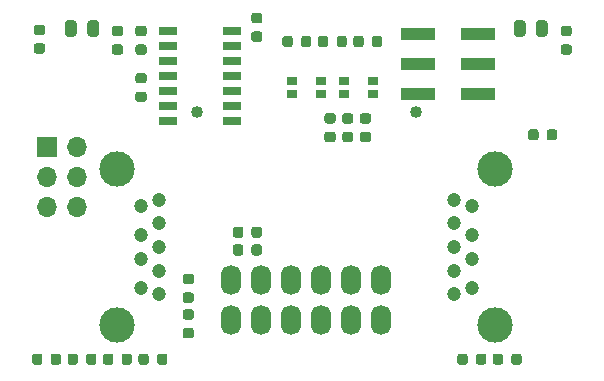
<source format=gbr>
%TF.GenerationSoftware,KiCad,Pcbnew,5.1.7-a382d34a8~88~ubuntu20.04.1*%
%TF.CreationDate,2020-12-12T08:47:46-08:00*%
%TF.ProjectId,syzygy-serdes-breakout,73797a79-6779-42d7-9365-726465732d62,rev?*%
%TF.SameCoordinates,Original*%
%TF.FileFunction,Soldermask,Top*%
%TF.FilePolarity,Negative*%
%FSLAX46Y46*%
G04 Gerber Fmt 4.6, Leading zero omitted, Abs format (unit mm)*
G04 Created by KiCad (PCBNEW 5.1.7-a382d34a8~88~ubuntu20.04.1) date 2020-12-12 08:47:46*
%MOMM*%
%LPD*%
G01*
G04 APERTURE LIST*
%ADD10R,0.850000X0.750000*%
%ADD11R,1.549400X0.660400*%
%ADD12O,1.700000X1.700000*%
%ADD13R,1.700000X1.700000*%
%ADD14R,3.000000X1.000000*%
%ADD15C,3.000000*%
%ADD16C,1.200000*%
%ADD17O,1.700000X2.540000*%
%ADD18C,1.020000*%
G04 APERTURE END LIST*
%TO.C,R16*%
G36*
G01*
X104850000Y-95843750D02*
X104850000Y-96356250D01*
G75*
G02*
X104631250Y-96575000I-218750J0D01*
G01*
X104193750Y-96575000D01*
G75*
G02*
X103975000Y-96356250I0J218750D01*
G01*
X103975000Y-95843750D01*
G75*
G02*
X104193750Y-95625000I218750J0D01*
G01*
X104631250Y-95625000D01*
G75*
G02*
X104850000Y-95843750I0J-218750D01*
G01*
G37*
G36*
G01*
X106425000Y-95843750D02*
X106425000Y-96356250D01*
G75*
G02*
X106206250Y-96575000I-218750J0D01*
G01*
X105768750Y-96575000D01*
G75*
G02*
X105550000Y-96356250I0J218750D01*
G01*
X105550000Y-95843750D01*
G75*
G02*
X105768750Y-95625000I218750J0D01*
G01*
X106206250Y-95625000D01*
G75*
G02*
X106425000Y-95843750I0J-218750D01*
G01*
G37*
%TD*%
%TO.C,R15*%
G36*
G01*
X101850000Y-95843750D02*
X101850000Y-96356250D01*
G75*
G02*
X101631250Y-96575000I-218750J0D01*
G01*
X101193750Y-96575000D01*
G75*
G02*
X100975000Y-96356250I0J218750D01*
G01*
X100975000Y-95843750D01*
G75*
G02*
X101193750Y-95625000I218750J0D01*
G01*
X101631250Y-95625000D01*
G75*
G02*
X101850000Y-95843750I0J-218750D01*
G01*
G37*
G36*
G01*
X103425000Y-95843750D02*
X103425000Y-96356250D01*
G75*
G02*
X103206250Y-96575000I-218750J0D01*
G01*
X102768750Y-96575000D01*
G75*
G02*
X102550000Y-96356250I0J218750D01*
G01*
X102550000Y-95843750D01*
G75*
G02*
X102768750Y-95625000I218750J0D01*
G01*
X103206250Y-95625000D01*
G75*
G02*
X103425000Y-95843750I0J-218750D01*
G01*
G37*
%TD*%
%TO.C,R14*%
G36*
G01*
X98850000Y-95843750D02*
X98850000Y-96356250D01*
G75*
G02*
X98631250Y-96575000I-218750J0D01*
G01*
X98193750Y-96575000D01*
G75*
G02*
X97975000Y-96356250I0J218750D01*
G01*
X97975000Y-95843750D01*
G75*
G02*
X98193750Y-95625000I218750J0D01*
G01*
X98631250Y-95625000D01*
G75*
G02*
X98850000Y-95843750I0J-218750D01*
G01*
G37*
G36*
G01*
X100425000Y-95843750D02*
X100425000Y-96356250D01*
G75*
G02*
X100206250Y-96575000I-218750J0D01*
G01*
X99768750Y-96575000D01*
G75*
G02*
X99550000Y-96356250I0J218750D01*
G01*
X99550000Y-95843750D01*
G75*
G02*
X99768750Y-95625000I218750J0D01*
G01*
X100206250Y-95625000D01*
G75*
G02*
X100425000Y-95843750I0J-218750D01*
G01*
G37*
%TD*%
%TO.C,R13*%
G36*
G01*
X104743750Y-103750000D02*
X105256250Y-103750000D01*
G75*
G02*
X105475000Y-103968750I0J-218750D01*
G01*
X105475000Y-104406250D01*
G75*
G02*
X105256250Y-104625000I-218750J0D01*
G01*
X104743750Y-104625000D01*
G75*
G02*
X104525000Y-104406250I0J218750D01*
G01*
X104525000Y-103968750D01*
G75*
G02*
X104743750Y-103750000I218750J0D01*
G01*
G37*
G36*
G01*
X104743750Y-102175000D02*
X105256250Y-102175000D01*
G75*
G02*
X105475000Y-102393750I0J-218750D01*
G01*
X105475000Y-102831250D01*
G75*
G02*
X105256250Y-103050000I-218750J0D01*
G01*
X104743750Y-103050000D01*
G75*
G02*
X104525000Y-102831250I0J218750D01*
G01*
X104525000Y-102393750D01*
G75*
G02*
X104743750Y-102175000I218750J0D01*
G01*
G37*
%TD*%
%TO.C,R12*%
G36*
G01*
X103243750Y-103750000D02*
X103756250Y-103750000D01*
G75*
G02*
X103975000Y-103968750I0J-218750D01*
G01*
X103975000Y-104406250D01*
G75*
G02*
X103756250Y-104625000I-218750J0D01*
G01*
X103243750Y-104625000D01*
G75*
G02*
X103025000Y-104406250I0J218750D01*
G01*
X103025000Y-103968750D01*
G75*
G02*
X103243750Y-103750000I218750J0D01*
G01*
G37*
G36*
G01*
X103243750Y-102175000D02*
X103756250Y-102175000D01*
G75*
G02*
X103975000Y-102393750I0J-218750D01*
G01*
X103975000Y-102831250D01*
G75*
G02*
X103756250Y-103050000I-218750J0D01*
G01*
X103243750Y-103050000D01*
G75*
G02*
X103025000Y-102831250I0J218750D01*
G01*
X103025000Y-102393750D01*
G75*
G02*
X103243750Y-102175000I218750J0D01*
G01*
G37*
%TD*%
%TO.C,R11*%
G36*
G01*
X101743750Y-103750000D02*
X102256250Y-103750000D01*
G75*
G02*
X102475000Y-103968750I0J-218750D01*
G01*
X102475000Y-104406250D01*
G75*
G02*
X102256250Y-104625000I-218750J0D01*
G01*
X101743750Y-104625000D01*
G75*
G02*
X101525000Y-104406250I0J218750D01*
G01*
X101525000Y-103968750D01*
G75*
G02*
X101743750Y-103750000I218750J0D01*
G01*
G37*
G36*
G01*
X101743750Y-102175000D02*
X102256250Y-102175000D01*
G75*
G02*
X102475000Y-102393750I0J-218750D01*
G01*
X102475000Y-102831250D01*
G75*
G02*
X102256250Y-103050000I-218750J0D01*
G01*
X101743750Y-103050000D01*
G75*
G02*
X101525000Y-102831250I0J218750D01*
G01*
X101525000Y-102393750D01*
G75*
G02*
X101743750Y-102175000I218750J0D01*
G01*
G37*
%TD*%
D10*
%TO.C,D4*%
X98775000Y-100525000D03*
X98775000Y-99475000D03*
X101225000Y-99475000D03*
X101225000Y-100525000D03*
%TD*%
%TO.C,D3*%
X103175000Y-100525000D03*
X103175000Y-99475000D03*
X105625000Y-99475000D03*
X105625000Y-100525000D03*
%TD*%
%TO.C,R10*%
G36*
G01*
X85743750Y-100350000D02*
X86256250Y-100350000D01*
G75*
G02*
X86475000Y-100568750I0J-218750D01*
G01*
X86475000Y-101006250D01*
G75*
G02*
X86256250Y-101225000I-218750J0D01*
G01*
X85743750Y-101225000D01*
G75*
G02*
X85525000Y-101006250I0J218750D01*
G01*
X85525000Y-100568750D01*
G75*
G02*
X85743750Y-100350000I218750J0D01*
G01*
G37*
G36*
G01*
X85743750Y-98775000D02*
X86256250Y-98775000D01*
G75*
G02*
X86475000Y-98993750I0J-218750D01*
G01*
X86475000Y-99431250D01*
G75*
G02*
X86256250Y-99650000I-218750J0D01*
G01*
X85743750Y-99650000D01*
G75*
G02*
X85525000Y-99431250I0J218750D01*
G01*
X85525000Y-98993750D01*
G75*
G02*
X85743750Y-98775000I218750J0D01*
G01*
G37*
%TD*%
%TO.C,D2*%
G36*
G01*
X80550000Y-94543750D02*
X80550000Y-95456250D01*
G75*
G02*
X80306250Y-95700000I-243750J0D01*
G01*
X79818750Y-95700000D01*
G75*
G02*
X79575000Y-95456250I0J243750D01*
G01*
X79575000Y-94543750D01*
G75*
G02*
X79818750Y-94300000I243750J0D01*
G01*
X80306250Y-94300000D01*
G75*
G02*
X80550000Y-94543750I0J-243750D01*
G01*
G37*
G36*
G01*
X82425000Y-94543750D02*
X82425000Y-95456250D01*
G75*
G02*
X82181250Y-95700000I-243750J0D01*
G01*
X81693750Y-95700000D01*
G75*
G02*
X81450000Y-95456250I0J243750D01*
G01*
X81450000Y-94543750D01*
G75*
G02*
X81693750Y-94300000I243750J0D01*
G01*
X82181250Y-94300000D01*
G75*
G02*
X82425000Y-94543750I0J-243750D01*
G01*
G37*
%TD*%
%TO.C,C7*%
G36*
G01*
X85743750Y-96350000D02*
X86256250Y-96350000D01*
G75*
G02*
X86475000Y-96568750I0J-218750D01*
G01*
X86475000Y-97006250D01*
G75*
G02*
X86256250Y-97225000I-218750J0D01*
G01*
X85743750Y-97225000D01*
G75*
G02*
X85525000Y-97006250I0J218750D01*
G01*
X85525000Y-96568750D01*
G75*
G02*
X85743750Y-96350000I218750J0D01*
G01*
G37*
G36*
G01*
X85743750Y-94775000D02*
X86256250Y-94775000D01*
G75*
G02*
X86475000Y-94993750I0J-218750D01*
G01*
X86475000Y-95431250D01*
G75*
G02*
X86256250Y-95650000I-218750J0D01*
G01*
X85743750Y-95650000D01*
G75*
G02*
X85525000Y-95431250I0J218750D01*
G01*
X85525000Y-94993750D01*
G75*
G02*
X85743750Y-94775000I218750J0D01*
G01*
G37*
%TD*%
D11*
%TO.C,U1*%
X93679700Y-95190000D03*
X93679700Y-96460000D03*
X93679700Y-97730000D03*
X93679700Y-99000000D03*
X93679700Y-100270000D03*
X93679700Y-101540000D03*
X93679700Y-102810000D03*
X88320300Y-102810000D03*
X88320300Y-101540000D03*
X88320300Y-100270000D03*
X88320300Y-99000000D03*
X88320300Y-97730000D03*
X88320300Y-96460000D03*
X88320300Y-95190000D03*
%TD*%
%TO.C,R9*%
G36*
G01*
X95543750Y-95250000D02*
X96056250Y-95250000D01*
G75*
G02*
X96275000Y-95468750I0J-218750D01*
G01*
X96275000Y-95906250D01*
G75*
G02*
X96056250Y-96125000I-218750J0D01*
G01*
X95543750Y-96125000D01*
G75*
G02*
X95325000Y-95906250I0J218750D01*
G01*
X95325000Y-95468750D01*
G75*
G02*
X95543750Y-95250000I218750J0D01*
G01*
G37*
G36*
G01*
X95543750Y-93675000D02*
X96056250Y-93675000D01*
G75*
G02*
X96275000Y-93893750I0J-218750D01*
G01*
X96275000Y-94331250D01*
G75*
G02*
X96056250Y-94550000I-218750J0D01*
G01*
X95543750Y-94550000D01*
G75*
G02*
X95325000Y-94331250I0J218750D01*
G01*
X95325000Y-93893750D01*
G75*
G02*
X95543750Y-93675000I218750J0D01*
G01*
G37*
%TD*%
%TO.C,R8*%
G36*
G01*
X77656250Y-95550000D02*
X77143750Y-95550000D01*
G75*
G02*
X76925000Y-95331250I0J218750D01*
G01*
X76925000Y-94893750D01*
G75*
G02*
X77143750Y-94675000I218750J0D01*
G01*
X77656250Y-94675000D01*
G75*
G02*
X77875000Y-94893750I0J-218750D01*
G01*
X77875000Y-95331250D01*
G75*
G02*
X77656250Y-95550000I-218750J0D01*
G01*
G37*
G36*
G01*
X77656250Y-97125000D02*
X77143750Y-97125000D01*
G75*
G02*
X76925000Y-96906250I0J218750D01*
G01*
X76925000Y-96468750D01*
G75*
G02*
X77143750Y-96250000I218750J0D01*
G01*
X77656250Y-96250000D01*
G75*
G02*
X77875000Y-96468750I0J-218750D01*
G01*
X77875000Y-96906250D01*
G75*
G02*
X77656250Y-97125000I-218750J0D01*
G01*
G37*
%TD*%
D12*
%TO.C,J5*%
X80540000Y-110080000D03*
X78000000Y-110080000D03*
X80540000Y-107540000D03*
X78000000Y-107540000D03*
X80540000Y-105000000D03*
D13*
X78000000Y-105000000D03*
%TD*%
%TO.C,C6*%
G36*
G01*
X95350000Y-112506250D02*
X95350000Y-111993750D01*
G75*
G02*
X95568750Y-111775000I218750J0D01*
G01*
X96006250Y-111775000D01*
G75*
G02*
X96225000Y-111993750I0J-218750D01*
G01*
X96225000Y-112506250D01*
G75*
G02*
X96006250Y-112725000I-218750J0D01*
G01*
X95568750Y-112725000D01*
G75*
G02*
X95350000Y-112506250I0J218750D01*
G01*
G37*
G36*
G01*
X93775000Y-112506250D02*
X93775000Y-111993750D01*
G75*
G02*
X93993750Y-111775000I218750J0D01*
G01*
X94431250Y-111775000D01*
G75*
G02*
X94650000Y-111993750I0J-218750D01*
G01*
X94650000Y-112506250D01*
G75*
G02*
X94431250Y-112725000I-218750J0D01*
G01*
X93993750Y-112725000D01*
G75*
G02*
X93775000Y-112506250I0J218750D01*
G01*
G37*
%TD*%
D14*
%TO.C,SW1*%
X109460000Y-95450000D03*
X109460000Y-98000000D03*
X109460000Y-100540000D03*
X114540000Y-95460000D03*
X114540000Y-98000000D03*
X114540000Y-100540000D03*
%TD*%
%TO.C,R7*%
G36*
G01*
X87350000Y-123256250D02*
X87350000Y-122743750D01*
G75*
G02*
X87568750Y-122525000I218750J0D01*
G01*
X88006250Y-122525000D01*
G75*
G02*
X88225000Y-122743750I0J-218750D01*
G01*
X88225000Y-123256250D01*
G75*
G02*
X88006250Y-123475000I-218750J0D01*
G01*
X87568750Y-123475000D01*
G75*
G02*
X87350000Y-123256250I0J218750D01*
G01*
G37*
G36*
G01*
X85775000Y-123256250D02*
X85775000Y-122743750D01*
G75*
G02*
X85993750Y-122525000I218750J0D01*
G01*
X86431250Y-122525000D01*
G75*
G02*
X86650000Y-122743750I0J-218750D01*
G01*
X86650000Y-123256250D01*
G75*
G02*
X86431250Y-123475000I-218750J0D01*
G01*
X85993750Y-123475000D01*
G75*
G02*
X85775000Y-123256250I0J218750D01*
G01*
G37*
%TD*%
%TO.C,R6*%
G36*
G01*
X84350000Y-123256250D02*
X84350000Y-122743750D01*
G75*
G02*
X84568750Y-122525000I218750J0D01*
G01*
X85006250Y-122525000D01*
G75*
G02*
X85225000Y-122743750I0J-218750D01*
G01*
X85225000Y-123256250D01*
G75*
G02*
X85006250Y-123475000I-218750J0D01*
G01*
X84568750Y-123475000D01*
G75*
G02*
X84350000Y-123256250I0J218750D01*
G01*
G37*
G36*
G01*
X82775000Y-123256250D02*
X82775000Y-122743750D01*
G75*
G02*
X82993750Y-122525000I218750J0D01*
G01*
X83431250Y-122525000D01*
G75*
G02*
X83650000Y-122743750I0J-218750D01*
G01*
X83650000Y-123256250D01*
G75*
G02*
X83431250Y-123475000I-218750J0D01*
G01*
X82993750Y-123475000D01*
G75*
G02*
X82775000Y-123256250I0J218750D01*
G01*
G37*
%TD*%
%TO.C,R5*%
G36*
G01*
X90256250Y-119650000D02*
X89743750Y-119650000D01*
G75*
G02*
X89525000Y-119431250I0J218750D01*
G01*
X89525000Y-118993750D01*
G75*
G02*
X89743750Y-118775000I218750J0D01*
G01*
X90256250Y-118775000D01*
G75*
G02*
X90475000Y-118993750I0J-218750D01*
G01*
X90475000Y-119431250D01*
G75*
G02*
X90256250Y-119650000I-218750J0D01*
G01*
G37*
G36*
G01*
X90256250Y-121225000D02*
X89743750Y-121225000D01*
G75*
G02*
X89525000Y-121006250I0J218750D01*
G01*
X89525000Y-120568750D01*
G75*
G02*
X89743750Y-120350000I218750J0D01*
G01*
X90256250Y-120350000D01*
G75*
G02*
X90475000Y-120568750I0J-218750D01*
G01*
X90475000Y-121006250D01*
G75*
G02*
X90256250Y-121225000I-218750J0D01*
G01*
G37*
%TD*%
%TO.C,R4*%
G36*
G01*
X77650000Y-122743750D02*
X77650000Y-123256250D01*
G75*
G02*
X77431250Y-123475000I-218750J0D01*
G01*
X76993750Y-123475000D01*
G75*
G02*
X76775000Y-123256250I0J218750D01*
G01*
X76775000Y-122743750D01*
G75*
G02*
X76993750Y-122525000I218750J0D01*
G01*
X77431250Y-122525000D01*
G75*
G02*
X77650000Y-122743750I0J-218750D01*
G01*
G37*
G36*
G01*
X79225000Y-122743750D02*
X79225000Y-123256250D01*
G75*
G02*
X79006250Y-123475000I-218750J0D01*
G01*
X78568750Y-123475000D01*
G75*
G02*
X78350000Y-123256250I0J218750D01*
G01*
X78350000Y-122743750D01*
G75*
G02*
X78568750Y-122525000I218750J0D01*
G01*
X79006250Y-122525000D01*
G75*
G02*
X79225000Y-122743750I0J-218750D01*
G01*
G37*
%TD*%
%TO.C,R3*%
G36*
G01*
X80650000Y-122743750D02*
X80650000Y-123256250D01*
G75*
G02*
X80431250Y-123475000I-218750J0D01*
G01*
X79993750Y-123475000D01*
G75*
G02*
X79775000Y-123256250I0J218750D01*
G01*
X79775000Y-122743750D01*
G75*
G02*
X79993750Y-122525000I218750J0D01*
G01*
X80431250Y-122525000D01*
G75*
G02*
X80650000Y-122743750I0J-218750D01*
G01*
G37*
G36*
G01*
X82225000Y-122743750D02*
X82225000Y-123256250D01*
G75*
G02*
X82006250Y-123475000I-218750J0D01*
G01*
X81568750Y-123475000D01*
G75*
G02*
X81350000Y-123256250I0J218750D01*
G01*
X81350000Y-122743750D01*
G75*
G02*
X81568750Y-122525000I218750J0D01*
G01*
X82006250Y-122525000D01*
G75*
G02*
X82225000Y-122743750I0J-218750D01*
G01*
G37*
%TD*%
%TO.C,R2*%
G36*
G01*
X121743750Y-96350000D02*
X122256250Y-96350000D01*
G75*
G02*
X122475000Y-96568750I0J-218750D01*
G01*
X122475000Y-97006250D01*
G75*
G02*
X122256250Y-97225000I-218750J0D01*
G01*
X121743750Y-97225000D01*
G75*
G02*
X121525000Y-97006250I0J218750D01*
G01*
X121525000Y-96568750D01*
G75*
G02*
X121743750Y-96350000I218750J0D01*
G01*
G37*
G36*
G01*
X121743750Y-94775000D02*
X122256250Y-94775000D01*
G75*
G02*
X122475000Y-94993750I0J-218750D01*
G01*
X122475000Y-95431250D01*
G75*
G02*
X122256250Y-95650000I-218750J0D01*
G01*
X121743750Y-95650000D01*
G75*
G02*
X121525000Y-95431250I0J218750D01*
G01*
X121525000Y-94993750D01*
G75*
G02*
X121743750Y-94775000I218750J0D01*
G01*
G37*
%TD*%
%TO.C,R1*%
G36*
G01*
X116650000Y-122743750D02*
X116650000Y-123256250D01*
G75*
G02*
X116431250Y-123475000I-218750J0D01*
G01*
X115993750Y-123475000D01*
G75*
G02*
X115775000Y-123256250I0J218750D01*
G01*
X115775000Y-122743750D01*
G75*
G02*
X115993750Y-122525000I218750J0D01*
G01*
X116431250Y-122525000D01*
G75*
G02*
X116650000Y-122743750I0J-218750D01*
G01*
G37*
G36*
G01*
X118225000Y-122743750D02*
X118225000Y-123256250D01*
G75*
G02*
X118006250Y-123475000I-218750J0D01*
G01*
X117568750Y-123475000D01*
G75*
G02*
X117350000Y-123256250I0J218750D01*
G01*
X117350000Y-122743750D01*
G75*
G02*
X117568750Y-122525000I218750J0D01*
G01*
X118006250Y-122525000D01*
G75*
G02*
X118225000Y-122743750I0J-218750D01*
G01*
G37*
%TD*%
D15*
%TO.C,J4*%
X84000000Y-120070000D03*
X84000000Y-106930000D03*
D16*
X87500000Y-109500000D03*
X87500000Y-111500000D03*
X87500000Y-113500000D03*
X87500000Y-115500000D03*
X87500000Y-117500000D03*
X86000000Y-117000000D03*
X86000000Y-114500000D03*
X86000000Y-112500000D03*
X86000000Y-110000000D03*
%TD*%
D17*
%TO.C,J3*%
X93650000Y-119670000D03*
X93650000Y-116330000D03*
X96190000Y-119670000D03*
X96190000Y-116330000D03*
X98730000Y-119670000D03*
X98730000Y-116330000D03*
X101270000Y-119670000D03*
X101270000Y-116330000D03*
X103810000Y-119670000D03*
X103810000Y-116330000D03*
X106350000Y-119670000D03*
X106350000Y-116330000D03*
%TD*%
D15*
%TO.C,J2*%
X116000000Y-106930000D03*
X116000000Y-120070000D03*
D16*
X112500000Y-117500000D03*
X112500000Y-115500000D03*
X112500000Y-113500000D03*
X112500000Y-111500000D03*
X112500000Y-109500000D03*
X114000000Y-110000000D03*
X114000000Y-112500000D03*
X114000000Y-114500000D03*
X114000000Y-117000000D03*
%TD*%
%TO.C,D1*%
G36*
G01*
X118550000Y-94543750D02*
X118550000Y-95456250D01*
G75*
G02*
X118306250Y-95700000I-243750J0D01*
G01*
X117818750Y-95700000D01*
G75*
G02*
X117575000Y-95456250I0J243750D01*
G01*
X117575000Y-94543750D01*
G75*
G02*
X117818750Y-94300000I243750J0D01*
G01*
X118306250Y-94300000D01*
G75*
G02*
X118550000Y-94543750I0J-243750D01*
G01*
G37*
G36*
G01*
X120425000Y-94543750D02*
X120425000Y-95456250D01*
G75*
G02*
X120181250Y-95700000I-243750J0D01*
G01*
X119693750Y-95700000D01*
G75*
G02*
X119450000Y-95456250I0J243750D01*
G01*
X119450000Y-94543750D01*
G75*
G02*
X119693750Y-94300000I243750J0D01*
G01*
X120181250Y-94300000D01*
G75*
G02*
X120425000Y-94543750I0J-243750D01*
G01*
G37*
%TD*%
%TO.C,C5*%
G36*
G01*
X89743750Y-117350000D02*
X90256250Y-117350000D01*
G75*
G02*
X90475000Y-117568750I0J-218750D01*
G01*
X90475000Y-118006250D01*
G75*
G02*
X90256250Y-118225000I-218750J0D01*
G01*
X89743750Y-118225000D01*
G75*
G02*
X89525000Y-118006250I0J218750D01*
G01*
X89525000Y-117568750D01*
G75*
G02*
X89743750Y-117350000I218750J0D01*
G01*
G37*
G36*
G01*
X89743750Y-115775000D02*
X90256250Y-115775000D01*
G75*
G02*
X90475000Y-115993750I0J-218750D01*
G01*
X90475000Y-116431250D01*
G75*
G02*
X90256250Y-116650000I-218750J0D01*
G01*
X89743750Y-116650000D01*
G75*
G02*
X89525000Y-116431250I0J218750D01*
G01*
X89525000Y-115993750D01*
G75*
G02*
X89743750Y-115775000I218750J0D01*
G01*
G37*
%TD*%
%TO.C,C4*%
G36*
G01*
X120350000Y-104256250D02*
X120350000Y-103743750D01*
G75*
G02*
X120568750Y-103525000I218750J0D01*
G01*
X121006250Y-103525000D01*
G75*
G02*
X121225000Y-103743750I0J-218750D01*
G01*
X121225000Y-104256250D01*
G75*
G02*
X121006250Y-104475000I-218750J0D01*
G01*
X120568750Y-104475000D01*
G75*
G02*
X120350000Y-104256250I0J218750D01*
G01*
G37*
G36*
G01*
X118775000Y-104256250D02*
X118775000Y-103743750D01*
G75*
G02*
X118993750Y-103525000I218750J0D01*
G01*
X119431250Y-103525000D01*
G75*
G02*
X119650000Y-103743750I0J-218750D01*
G01*
X119650000Y-104256250D01*
G75*
G02*
X119431250Y-104475000I-218750J0D01*
G01*
X118993750Y-104475000D01*
G75*
G02*
X118775000Y-104256250I0J218750D01*
G01*
G37*
%TD*%
%TO.C,C3*%
G36*
G01*
X83743750Y-96350000D02*
X84256250Y-96350000D01*
G75*
G02*
X84475000Y-96568750I0J-218750D01*
G01*
X84475000Y-97006250D01*
G75*
G02*
X84256250Y-97225000I-218750J0D01*
G01*
X83743750Y-97225000D01*
G75*
G02*
X83525000Y-97006250I0J218750D01*
G01*
X83525000Y-96568750D01*
G75*
G02*
X83743750Y-96350000I218750J0D01*
G01*
G37*
G36*
G01*
X83743750Y-94775000D02*
X84256250Y-94775000D01*
G75*
G02*
X84475000Y-94993750I0J-218750D01*
G01*
X84475000Y-95431250D01*
G75*
G02*
X84256250Y-95650000I-218750J0D01*
G01*
X83743750Y-95650000D01*
G75*
G02*
X83525000Y-95431250I0J218750D01*
G01*
X83525000Y-94993750D01*
G75*
G02*
X83743750Y-94775000I218750J0D01*
G01*
G37*
%TD*%
%TO.C,C2*%
G36*
G01*
X95350000Y-114006250D02*
X95350000Y-113493750D01*
G75*
G02*
X95568750Y-113275000I218750J0D01*
G01*
X96006250Y-113275000D01*
G75*
G02*
X96225000Y-113493750I0J-218750D01*
G01*
X96225000Y-114006250D01*
G75*
G02*
X96006250Y-114225000I-218750J0D01*
G01*
X95568750Y-114225000D01*
G75*
G02*
X95350000Y-114006250I0J218750D01*
G01*
G37*
G36*
G01*
X93775000Y-114006250D02*
X93775000Y-113493750D01*
G75*
G02*
X93993750Y-113275000I218750J0D01*
G01*
X94431250Y-113275000D01*
G75*
G02*
X94650000Y-113493750I0J-218750D01*
G01*
X94650000Y-114006250D01*
G75*
G02*
X94431250Y-114225000I-218750J0D01*
G01*
X93993750Y-114225000D01*
G75*
G02*
X93775000Y-114006250I0J218750D01*
G01*
G37*
%TD*%
%TO.C,C1*%
G36*
G01*
X114350000Y-123256250D02*
X114350000Y-122743750D01*
G75*
G02*
X114568750Y-122525000I218750J0D01*
G01*
X115006250Y-122525000D01*
G75*
G02*
X115225000Y-122743750I0J-218750D01*
G01*
X115225000Y-123256250D01*
G75*
G02*
X115006250Y-123475000I-218750J0D01*
G01*
X114568750Y-123475000D01*
G75*
G02*
X114350000Y-123256250I0J218750D01*
G01*
G37*
G36*
G01*
X112775000Y-123256250D02*
X112775000Y-122743750D01*
G75*
G02*
X112993750Y-122525000I218750J0D01*
G01*
X113431250Y-122525000D01*
G75*
G02*
X113650000Y-122743750I0J-218750D01*
G01*
X113650000Y-123256250D01*
G75*
G02*
X113431250Y-123475000I-218750J0D01*
G01*
X112993750Y-123475000D01*
G75*
G02*
X112775000Y-123256250I0J218750D01*
G01*
G37*
%TD*%
D18*
%TO.C,J1*%
X109240000Y-102030000D03*
X90760000Y-102030000D03*
%TD*%
M02*

</source>
